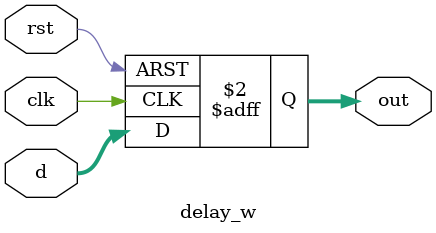
<source format=v>
module delay_w #(

	parameter D = 16

)(

	input clk,
	input rst,
	input [D-1 : 0] d,

	output reg [D-1 : 0] out
);
	
always @(posedge clk or posedge rst) begin

	if (rst) out <= 0;
	
	else out <= d;
	
end

endmodule

</source>
